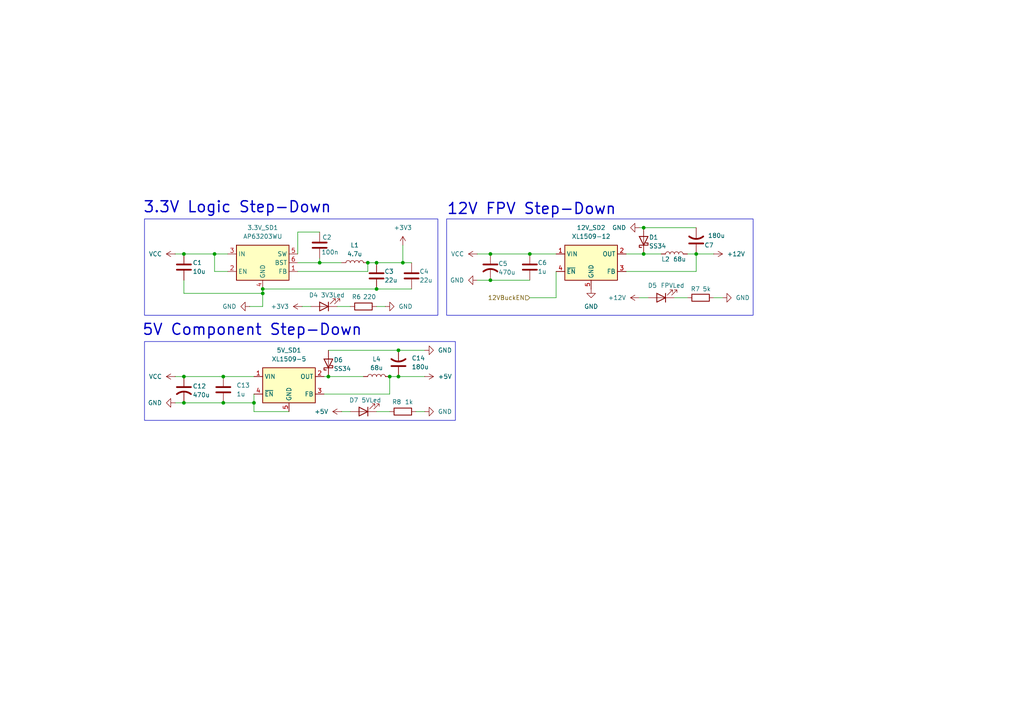
<source format=kicad_sch>
(kicad_sch (version 20250114) (generator "eeschema") (generator_version "9.0")
  (paper "A4")
  (lib_symbols
    (symbol "Device:C" (pin_numbers (hide yes)) (pin_names (offset 0.254))
      (property "Reference" "C" (at 0.635 2.54 0))
      (property "Value" "C" (at 0.635 -2.54 0))
      (symbol "C_0_1"
        (polyline (pts (xy -2.032 0.762) (xy 2.032 0.762)) (stroke (width 0.508)))
        (polyline (pts (xy -2.032 -0.762) (xy 2.032 -0.762)) (stroke (width 0.508)))
      )
      (symbol "C_1_1"
        (pin passive line (at 0 3.81 270) (length 2.794) (name "~") (number "1"))
        (pin passive line (at 0 -3.81 90) (length 2.794) (name "~") (number "2"))
      )
    )
    (symbol "Device:C_US" (pin_numbers (hide yes)) (pin_names (offset 0.254) (hide yes))
      (property "Reference" "C" (at 0.635 2.54 0))
      (property "Value" "C_US" (at 0.635 -2.54 0))
      (symbol "C_US_0_1"
        (polyline (pts (xy -2.032 0.762) (xy 2.032 0.762)) (stroke (width 0.508)))
        (arc (start -2.032 -1.27) (mid 0 -0.5572) (end 2.032 -1.27) (stroke (width 0.508)))
      )
      (symbol "C_US_1_1"
        (pin passive line (at 0 3.81 270) (length 2.794) (name "~") (number "1"))
        (pin passive line (at 0 -3.81 90) (length 3.302) (name "~") (number "2"))
      )
    )
    (symbol "Device:L" (pin_numbers (hide yes)) (pin_names (offset 1.016) (hide yes))
      (property "Reference" "L" (at -1.27 0 90))
      (property "Value" "L" (at 1.905 0 90))
      (symbol "L_0_1"
        (arc (start 0 2.54) (mid 0.6323 1.905) (end 0 1.27))
        (arc (start 0 1.27) (mid 0.6323 0.635) (end 0 0))
        (arc (start 0 0) (mid 0.6323 -0.635) (end 0 -1.27))
        (arc (start 0 -1.27) (mid 0.6323 -1.905) (end 0 -2.54))
      )
      (symbol "L_1_1"
        (pin passive line (at 0 3.81 270) (length 1.27) (name "1") (number "1"))
        (pin passive line (at 0 -3.81 90) (length 1.27) (name "2") (number "2"))
      )
    )
    (symbol "Device:LED" (pin_numbers (hide yes)) (pin_names (offset 1.016) (hide yes))
      (property "Reference" "D" (at 0 2.54 0))
      (property "Value" "LED" (at 0 -2.54 0))
      (symbol "LED_0_1"
        (polyline (pts (xy -3.048 -0.762) (xy -4.572 -2.286) (xy -3.81 -2.286) (xy -4.572 -2.286) (xy -4.572 -1.524)))
        (polyline (pts (xy -1.778 -0.762) (xy -3.302 -2.286) (xy -2.54 -2.286) (xy -3.302 -2.286) (xy -3.302 -1.524)))
        (polyline (pts (xy -1.27 0) (xy 1.27 0)))
        (polyline (pts (xy -1.27 -1.27) (xy -1.27 1.27)) (stroke (width 0.254)))
        (polyline (pts (xy 1.27 -1.27) (xy 1.27 1.27) (xy -1.27 0) (xy 1.27 -1.27)) (stroke (width 0.254)))
      )
      (symbol "LED_1_1"
        (pin passive line (at -3.81 0 0) (length 2.54) (name "K") (number "1"))
        (pin passive line (at 3.81 0 180) (length 2.54) (name "A") (number "2"))
      )
    )
    (symbol "Device:R" (pin_numbers (hide yes)) (pin_names (offset 0))
      (property "Reference" "R" (at 2.032 0 90))
      (property "Value" "R" (at 0 0 90))
      (symbol "R_0_1"
        (rectangle (start -1.016 -2.54) (end 1.016 2.54) (stroke (width 0.254)))
      )
      (symbol "R_1_1"
        (pin passive line (at 0 3.81 270) (length 1.27) (name "~") (number "1"))
        (pin passive line (at 0 -3.81 90) (length 1.27) (name "~") (number "2"))
      )
    )
    (symbol "Diode:1N5820" (pin_numbers (hide yes)) (pin_names (offset 1.016) (hide yes))
      (property "Reference" "D" (at 0 2.54 0))
      (property "Value" "1N5820" (at 0 -2.54 0))
      (symbol "1N5820_0_1"
        (polyline (pts (xy -1.905 0.635) (xy -1.905 1.27) (xy -1.27 1.27) (xy -1.27 -1.27) (xy -0.635 -1.27) (xy -0.635 -0.635)) (stroke (width 0.254)))
        (polyline (pts (xy 1.27 1.27) (xy 1.27 -1.27) (xy -1.27 0) (xy 1.27 1.27)) (stroke (width 0.254)))
        (polyline (pts (xy 1.27 0) (xy -1.27 0)))
      )
      (symbol "1N5820_1_1"
        (pin passive line (at -3.81 0 0) (length 2.54) (name "K") (number "1"))
        (pin passive line (at 3.81 0 180) (length 2.54) (name "A") (number "2"))
      )
    )
    (symbol "Regulator_Switching:AP63203WU"
      (property "Reference" "U" (at -7.62 6.35 0))
      (property "Value" "AP63203WU" (at 2.54 6.35 0))
      (symbol "AP63203WU_0_1"
        (rectangle (start -7.62 5.08) (end 7.62 -5.08) (stroke (width 0.254)) (fill (type background)))
      )
      (symbol "AP63203WU_1_1"
        (pin power_in line (at -10.16 2.54 0) (length 2.54) (name "IN") (number "3"))
        (pin input line (at -10.16 -2.54 0) (length 2.54) (name "EN") (number "2"))
        (pin power_in line (at 0 -7.62 90) (length 2.54) (name "GND") (number "4"))
        (pin output line (at 10.16 2.54 180) (length 2.54) (name "SW") (number "5"))
        (pin passive line (at 10.16 0 180) (length 2.54) (name "BST") (number "6"))
        (pin input line (at 10.16 -2.54 180) (length 2.54) (name "FB") (number "1"))
      )
    )
    (symbol "Regulator_Switching:XL1509-12"
      (property "Reference" "U" (at -7.112 6.096 0))
      (property "Value" "XL1509-12" (at 5.842 6.096 0))
      (symbol "XL1509-12_0_1"
        (rectangle (start -7.62 5.08) (end 7.62 -5.08) (stroke (width 0.254)) (fill (type background)))
      )
      (symbol "XL1509-12_1_1"
        (pin power_in line (at -10.16 2.54 0) (length 2.54) (name "VIN") (number "1"))
        (pin input line (at -10.16 -2.54 0) (length 2.54) (name "~{EN}") (number "4"))
        (pin power_in line (at 0 -7.62 90) (length 2.54) (name "GND") (number "5"))
        (pin passive line (at 0 -7.62 90) (length 2.54) (hide yes) (name "GND") (number "6"))
        (pin passive line (at 0 -7.62 90) (length 2.54) (hide yes) (name "GND") (number "7"))
        (pin passive line (at 0 -7.62 90) (length 2.54) (hide yes) (name "GND") (number "8"))
        (pin power_out line (at 10.16 2.54 180) (length 2.54) (name "OUT") (number "2"))
        (pin input line (at 10.16 -2.54 180) (length 2.54) (name "FB") (number "3"))
      )
    )
    (symbol "power:+12V" (power) (pin_numbers (hide yes)) (pin_names (offset 0) (hide yes))
      (property "Value" "+12V" (at 0 3.556 0))
      (symbol "+12V_0_1"
        (polyline (pts (xy -0.762 1.27) (xy 0 2.54)))
        (polyline (pts (xy 0 2.54) (xy 0.762 1.27)))
        (polyline (pts (xy 0 0) (xy 0 2.54)))
      )
      (symbol "+12V_1_1"
        (pin power_in line (at 0 0 90) (length 0) (name "~") (number "1"))
      )
    )
    (symbol "power:+3V3" (power) (pin_numbers (hide yes)) (pin_names (offset 0) (hide yes))
      (property "Value" "+3V3" (at 0 3.556 0))
      (symbol "+3V3_0_1"
        (polyline (pts (xy -0.762 1.27) (xy 0 2.54)))
        (polyline (pts (xy 0 2.54) (xy 0.762 1.27)))
        (polyline (pts (xy 0 0) (xy 0 2.54)))
      )
      (symbol "+3V3_1_1"
        (pin power_in line (at 0 0 90) (length 0) (name "~") (number "1"))
      )
    )
    (symbol "power:+5V" (power) (pin_numbers (hide yes)) (pin_names (offset 0) (hide yes))
      (property "Value" "+5V" (at 0 3.556 0))
      (symbol "+5V_0_1"
        (polyline (pts (xy -0.762 1.27) (xy 0 2.54)))
        (polyline (pts (xy 0 2.54) (xy 0.762 1.27)))
        (polyline (pts (xy 0 0) (xy 0 2.54)))
      )
      (symbol "+5V_1_1"
        (pin power_in line (at 0 0 90) (length 0) (name "~") (number "1"))
      )
    )
    (symbol "power:GND" (power) (pin_numbers (hide yes)) (pin_names (offset 0) (hide yes))
      (property "Value" "GND" (at 0 -3.81 0))
      (symbol "GND_0_1"
        (polyline (pts (xy 0 0) (xy 0 -1.27) (xy 1.27 -1.27) (xy 0 -2.54) (xy -1.27 -1.27) (xy 0 -1.27)))
      )
      (symbol "GND_1_1"
        (pin power_in line (at 0 0 270) (length 0) (name "~") (number "1"))
      )
    )
    (symbol "power:VCC" (power) (pin_numbers (hide yes)) (pin_names (offset 0) (hide yes))
      (property "Value" "VCC" (at 0 3.556 0))
      (symbol "VCC_0_1"
        (polyline (pts (xy -0.762 1.27) (xy 0 2.54)))
        (polyline (pts (xy 0 2.54) (xy 0.762 1.27)))
        (polyline (pts (xy 0 0) (xy 0 2.54)))
      )
      (symbol "VCC_1_1"
        (pin power_in line (at 0 0 90) (length 0) (name "~") (number "1"))
      )
    )
  )
  (rectangle (start 41.91 63.5) (end 127 91.44))
  (rectangle (start 129.54 63.5) (end 218.44 91.44))
  (rectangle (start 41.91 99.06) (end 132.08 121.92))
  (text "5V Component Step-Down" (at 73.152 95.758 0) (effects (font (size 3.175 3.175) (thickness 0.3969))))
  (text "3.3V Logic Step-Down\n" (at 68.834 60.198 0) (effects (font (size 3.175 3.175) (thickness 0.3969))))
  (text "12V FPV Step-Down" (at 154.178 60.706 0) (effects (font (size 3.175 3.175) (thickness 0.3969))))
  (junction (at 64.77 116.84))
  (junction (at 186.69 73.66))
  (junction (at 115.57 109.22))
  (junction (at 186.69 66.04))
  (junction (at 76.2 83.82))
  (junction (at 109.22 76.2))
  (junction (at 201.93 73.66))
  (junction (at 53.34 109.22))
  (junction (at 153.67 73.66))
  (junction (at 64.77 109.22))
  (junction (at 73.66 116.84))
  (junction (at 53.34 73.66))
  (junction (at 113.03 109.22))
  (junction (at 76.2 85.09))
  (junction (at 116.84 76.2))
  (junction (at 62.23 73.66))
  (junction (at 109.22 83.82))
  (junction (at 95.25 109.22))
  (junction (at 106.68 76.2))
  (junction (at 53.34 116.84))
  (junction (at 92.71 76.2))
  (junction (at 142.24 73.66))
  (junction (at 115.57 101.6))
  (junction (at 142.24 81.28))
  (wire (pts (xy 86.36 67.31) (xy 86.36 73.66)))
  (wire (pts (xy 138.43 73.66) (xy 142.24 73.66)))
  (wire (pts (xy 50.8 73.66) (xy 53.34 73.66)))
  (wire (pts (xy 181.61 78.74) (xy 201.93 78.74)))
  (wire (pts (xy 153.67 73.66) (xy 161.29 73.66)))
  (wire (pts (xy 93.98 114.3) (xy 113.03 114.3)))
  (wire (pts (xy 106.68 78.74) (xy 106.68 76.2)))
  (wire (pts (xy 186.69 66.04) (xy 201.93 66.04)))
  (wire (pts (xy 50.8 116.84) (xy 53.34 116.84)))
  (wire (pts (xy 92.71 67.31) (xy 86.36 67.31)))
  (wire (pts (xy 73.66 116.84) (xy 73.66 114.3)))
  (wire (pts (xy 53.34 85.09) (xy 76.2 85.09)))
  (wire (pts (xy 72.39 88.9) (xy 76.2 88.9)))
  (wire (pts (xy 201.93 78.74) (xy 201.93 73.66)))
  (wire (pts (xy 109.22 88.9) (xy 111.76 88.9)))
  (wire (pts (xy 50.8 109.22) (xy 53.34 109.22)))
  (wire (pts (xy 95.25 101.6) (xy 115.57 101.6)))
  (wire (pts (xy 109.22 76.2) (xy 116.84 76.2)))
  (wire (pts (xy 113.03 109.22) (xy 115.57 109.22)))
  (wire (pts (xy 161.29 78.74) (xy 161.29 86.36)))
  (wire (pts (xy 123.19 101.6) (xy 115.57 101.6)))
  (wire (pts (xy 64.77 116.84) (xy 73.66 116.84)))
  (wire (pts (xy 76.2 85.09) (xy 76.2 83.82)))
  (wire (pts (xy 207.01 86.36) (xy 209.55 86.36)))
  (wire (pts (xy 53.34 81.28) (xy 53.34 85.09)))
  (wire (pts (xy 87.63 88.9) (xy 90.17 88.9)))
  (wire (pts (xy 101.6 119.38) (xy 99.06 119.38)))
  (wire (pts (xy 116.84 71.12) (xy 116.84 76.2)))
  (wire (pts (xy 64.77 109.22) (xy 73.66 109.22)))
  (wire (pts (xy 106.68 76.2) (xy 109.22 76.2)))
  (wire (pts (xy 53.34 109.22) (xy 64.77 109.22)))
  (wire (pts (xy 53.34 73.66) (xy 62.23 73.66)))
  (wire (pts (xy 109.22 83.82) (xy 119.38 83.82)))
  (wire (pts (xy 76.2 83.82) (xy 109.22 83.82)))
  (wire (pts (xy 66.04 78.74) (xy 62.23 78.74)))
  (wire (pts (xy 53.34 116.84) (xy 64.77 116.84)))
  (wire (pts (xy 138.43 81.28) (xy 142.24 81.28)))
  (wire (pts (xy 120.65 119.38) (xy 123.19 119.38)))
  (wire (pts (xy 185.42 86.36) (xy 187.96 86.36)))
  (wire (pts (xy 86.36 78.74) (xy 106.68 78.74)))
  (wire (pts (xy 83.82 119.38) (xy 73.66 119.38)))
  (wire (pts (xy 92.71 76.2) (xy 99.06 76.2)))
  (wire (pts (xy 93.98 109.22) (xy 95.25 109.22)))
  (wire (pts (xy 142.24 73.66) (xy 153.67 73.66)))
  (wire (pts (xy 119.38 76.2) (xy 116.84 76.2)))
  (wire (pts (xy 62.23 78.74) (xy 62.23 73.66)))
  (wire (pts (xy 186.69 73.66) (xy 191.77 73.66)))
  (wire (pts (xy 92.71 74.93) (xy 92.71 76.2)))
  (wire (pts (xy 142.24 81.28) (xy 153.67 81.28)))
  (wire (pts (xy 161.29 86.36) (xy 153.67 86.36)))
  (wire (pts (xy 95.25 109.22) (xy 105.41 109.22)))
  (wire (pts (xy 115.57 109.22) (xy 123.19 109.22)))
  (wire (pts (xy 201.93 73.66) (xy 207.01 73.66)))
  (wire (pts (xy 195.58 86.36) (xy 199.39 86.36)))
  (wire (pts (xy 76.2 88.9) (xy 76.2 85.09)))
  (wire (pts (xy 199.39 73.66) (xy 201.93 73.66)))
  (wire (pts (xy 185.42 66.04) (xy 186.69 66.04)))
  (wire (pts (xy 62.23 73.66) (xy 66.04 73.66)))
  (wire (pts (xy 113.03 114.3) (xy 113.03 109.22)))
  (wire (pts (xy 109.22 119.38) (xy 113.03 119.38)))
  (wire (pts (xy 73.66 119.38) (xy 73.66 116.84)))
  (wire (pts (xy 97.79 88.9) (xy 101.6 88.9)))
  (wire (pts (xy 86.36 76.2) (xy 92.71 76.2)))
  (wire (pts (xy 181.61 73.66) (xy 186.69 73.66)))
  (hierarchical_label "12VBuckEN" (shape input) (at 153.67 86.36 180))
  (symbol (lib_id "Device:LED") (at 105.41 119.38 180) (unit 1)
    (property "Reference" "D7" (at 102.616 116.078 0))
    (property "Value" "5VLed" (at 107.696 116.078 0))
    (property "Description" "Light emitting diode" (effects (hide yes)))
    (property "Sim.Pins" "1=K 2=A" (effects (hide yes)))
  )
  (symbol (lib_id "Device:C_US") (at 142.24 77.47 0) (unit 1)
    (property "Reference" "C5" (at 144.526 76.454 0) (effects (justify left)))
    (property "Value" "470u" (at 144.526 78.994 0) (effects (justify left)))
    (property "Description" "capacitor, US symbol" (effects (hide yes)))
  )
  (symbol (lib_id "Device:C") (at 53.34 77.47 0) (unit 1)
    (property "Reference" "C1" (at 55.88 76.2 0) (effects (justify left)))
    (property "Value" "10u" (at 55.88 78.74 0) (effects (justify left)))
    (property "Description" "Unpolarized capacitor" (effects (hide yes)))
  )
  (symbol (lib_id "Device:C") (at 119.38 80.01 0) (unit 1)
    (property "Reference" "C4" (at 121.666 78.74 0) (effects (justify left)))
    (property "Value" "22u" (at 121.666 81.28 0) (effects (justify left)))
    (property "Description" "Unpolarized capacitor" (effects (hide yes)))
  )
  (symbol (lib_id "power:GND") (at 123.19 101.6 90) (unit 1)
    (property "Reference" "#PWR031" (effects (hide yes)))
    (property "Value" "GND" (at 127 101.5999 90) (effects (justify right)))
    (property "Description" "Power symbol creates a global label with name \"GND\" , ground" (effects (hide yes)))
  )
  (symbol (lib_id "Diode:1N5820") (at 186.69 69.85 90) (unit 1)
    (property "Reference" "D1" (at 188.214 68.834 90) (effects (justify right)))
    (property "Value" "SS34" (at 188.214 71.374 90) (effects (justify right)))
    (property "Footprint" "easyeda2kicad:SMA_L4.3-W2.6-LS5.2-RD" (effects (hide yes)))
    (property "Datasheet" "http://www.vishay.com/docs/88526/1n5820.pdf" (effects (hide yes)))
    (property "Description" "20V 3A Schottky Barrier Rectifier Diode, DO-201AD" (effects (hide yes)))
  )
  (symbol (lib_id "power:GND") (at 50.8 116.84 270) (unit 1)
    (property "Reference" "#PWR030" (effects (hide yes)))
    (property "Value" "GND" (at 46.99 116.8399 90) (effects (justify right)))
    (property "Description" "Power symbol creates a global label with name \"GND\" , ground" (effects (hide yes)))
  )
  (symbol (lib_id "power:+12V") (at 207.01 73.66 270) (unit 1)
    (property "Reference" "#PWR010" (effects (hide yes)))
    (property "Value" "+12V" (at 210.82 73.6599 90) (effects (justify left)))
    (property "Description" "Power symbol creates a global label with name \"+12V\"" (effects (hide yes)))
  )
  (symbol (lib_id "Device:LED") (at 191.77 86.36 180) (unit 1)
    (property "Reference" "D5" (at 189.23 82.804 0))
    (property "Value" "FPVLed" (at 195.072 82.804 0))
    (property "Description" "Light emitting diode" (effects (hide yes)))
    (property "Sim.Pins" "1=K 2=A" (effects (hide yes)))
  )
  (symbol (lib_id "power:+3V3") (at 116.84 71.12 0) (unit 1)
    (property "Reference" "#PWR025" (effects (hide yes)))
    (property "Value" "+3V3" (at 116.84 66.04 0))
    (property "Description" "Power symbol creates a global label with name \"+3V3\"" (effects (hide yes)))
  )
  (symbol (lib_id "power:+12V") (at 185.42 86.36 90) (unit 1)
    (property "Reference" "#PWR027" (effects (hide yes)))
    (property "Value" "+12V" (at 181.61 86.3599 90) (effects (justify left)))
    (property "Description" "Power symbol creates a global label with name \"+12V\"" (effects (hide yes)))
  )
  (symbol (lib_id "power:VCC") (at 50.8 109.22 90) (unit 1)
    (property "Reference" "#PWR029" (effects (hide yes)))
    (property "Value" "VCC" (at 46.99 109.2199 90) (effects (justify left)))
    (property "Description" "Power symbol creates a global label with name \"VCC\"" (effects (hide yes)))
  )
  (symbol (lib_id "power:VCC") (at 138.43 73.66 90) (unit 1)
    (property "Reference" "#PWR05" (effects (hide yes)))
    (property "Value" "VCC" (at 134.62 73.6599 90) (effects (justify left)))
    (property "Description" "Power symbol creates a global label with name \"VCC\"" (effects (hide yes)))
  )
  (symbol (lib_id "Device:C_US") (at 53.34 113.03 0) (unit 1)
    (property "Reference" "C12" (at 55.88 112.014 0) (effects (justify left)))
    (property "Value" "470u" (at 55.88 114.554 0) (effects (justify left)))
    (property "Description" "capacitor, US symbol" (effects (hide yes)))
  )
  (symbol (lib_id "power:VCC") (at 50.8 73.66 90) (unit 1)
    (property "Reference" "#PWR04" (effects (hide yes)))
    (property "Value" "VCC" (at 46.99 73.6599 90) (effects (justify left)))
    (property "Description" "Power symbol creates a global label with name \"VCC\"" (effects (hide yes)))
  )
  (symbol (lib_id "power:GND") (at 72.39 88.9 270) (unit 1)
    (property "Reference" "#PWR07" (effects (hide yes)))
    (property "Value" "GND" (at 68.58 88.8999 90) (effects (justify right)))
    (property "Description" "Power symbol creates a global label with name \"GND\" , ground" (effects (hide yes)))
  )
  (symbol (lib_id "Device:C") (at 109.22 80.01 0) (unit 1)
    (property "Reference" "C3" (at 111.506 78.74 0) (effects (justify left)))
    (property "Value" "22u" (at 111.506 81.28 0) (effects (justify left)))
    (property "Description" "Unpolarized capacitor" (effects (hide yes)))
  )
  (symbol (lib_id "Device:C_US") (at 201.93 69.85 180) (unit 1)
    (property "Reference" "C7" (at 207.01 71.12 0) (effects (justify left)))
    (property "Value" "180u" (at 210.312 68.326 0) (effects (justify left)))
    (property "Description" "capacitor, US symbol" (effects (hide yes)))
  )
  (symbol (lib_id "Device:C_US") (at 115.57 105.41 180) (unit 1)
    (property "Reference" "C14" (at 119.38 103.8859 0) (effects (justify right)))
    (property "Value" "180u" (at 119.38 106.4259 0) (effects (justify right)))
    (property "Description" "capacitor, US symbol" (effects (hide yes)))
  )
  (symbol (lib_id "power:GND") (at 111.76 88.9 90) (unit 1)
    (property "Reference" "#PWR026" (effects (hide yes)))
    (property "Value" "GND" (at 115.57 88.8999 90) (effects (justify right)))
    (property "Description" "Power symbol creates a global label with name \"GND\" , ground" (effects (hide yes)))
  )
  (symbol (lib_id "Device:L") (at 109.22 109.22 90) (unit 1)
    (property "Reference" "L4" (at 109.22 104.14 90))
    (property "Value" "68u" (at 109.22 106.68 90))
    (property "Description" "Inductor" (effects (hide yes)))
  )
  (symbol (lib_id "Device:R") (at 116.84 119.38 90) (unit 1)
    (property "Reference" "R8" (at 115.062 116.586 90))
    (property "Value" "1k" (at 118.618 116.586 90))
    (property "Description" "Resistor" (effects (hide yes)))
  )
  (symbol (lib_id "power:+5V") (at 99.06 119.38 90) (unit 1)
    (property "Reference" "#PWR033" (effects (hide yes)))
    (property "Value" "+5V" (at 95.25 119.3799 90) (effects (justify left)))
    (property "Description" "Power symbol creates a global label with name \"+5V\"" (effects (hide yes)))
  )
  (symbol (lib_id "Device:C") (at 153.67 77.47 0) (unit 1)
    (property "Reference" "C6" (at 155.956 76.2 0) (effects (justify left)))
    (property "Value" "1u" (at 155.956 78.74 0) (effects (justify left)))
    (property "Description" "Unpolarized capacitor" (effects (hide yes)))
  )
  (symbol (lib_id "Diode:1N5820") (at 95.25 105.41 90) (unit 1)
    (property "Reference" "D6" (at 96.774 104.394 90) (effects (justify right)))
    (property "Value" "SS34" (at 96.774 106.934 90) (effects (justify right)))
    (property "Footprint" "easyeda2kicad:SMA_L4.3-W2.6-LS5.2-RD" (effects (hide yes)))
    (property "Datasheet" "http://www.vishay.com/docs/88526/1n5820.pdf" (effects (hide yes)))
    (property "Description" "20V 3A Schottky Barrier Rectifier Diode, DO-201AD" (effects (hide yes)))
  )
  (symbol (lib_id "power:GND") (at 171.45 83.82 0) (unit 1)
    (property "Reference" "#PWR08" (effects (hide yes)))
    (property "Value" "GND" (at 171.45 88.9 0))
    (property "Description" "Power symbol creates a global label with name \"GND\" , ground" (effects (hide yes)))
  )
  (symbol (lib_id "Regulator_Switching:XL1509-12") (at 171.45 76.2 0) (unit 1)
    (property "Reference" "12V_SD2" (at 171.45 66.04 0))
    (property "Value" "XL1509-12" (at 171.45 68.58 0))
    (property "Footprint" "Package_SO:SOIC-8_3.9x4.9mm_P1.27mm" (effects (hide yes)))
    (property "Datasheet" "https://datasheet.lcsc.com/lcsc/1809050422_XLSEMI-XL1509-5-0E1_C61063.pdf" (effects (hide yes)))
    (property "Description" "Buck DC/DC Converter, 2A, 12V Output Voltage, 15-40V Input Voltage" (effects (hide yes)))
  )
  (symbol (lib_id "Device:L") (at 195.58 73.66 90) (unit 1)
    (property "Reference" "L2" (at 193.04 75.184 90))
    (property "Value" "68u" (at 197.104 75.184 90))
    (property "Description" "Inductor" (effects (hide yes)))
  )
  (symbol (lib_id "power:GND") (at 123.19 119.38 90) (unit 1)
    (property "Reference" "#PWR034" (effects (hide yes)))
    (property "Value" "GND" (at 127 119.3799 90) (effects (justify right)))
    (property "Description" "Power symbol creates a global label with name \"GND\" , ground" (effects (hide yes)))
  )
  (symbol (lib_id "power:GND") (at 138.43 81.28 270) (unit 1)
    (property "Reference" "#PWR06" (effects (hide yes)))
    (property "Value" "GND" (at 134.62 81.2799 90) (effects (justify right)))
    (property "Description" "Power symbol creates a global label with name \"GND\" , ground" (effects (hide yes)))
  )
  (symbol (lib_id "power:+3V3") (at 87.63 88.9 90) (unit 1)
    (property "Reference" "#PWR024" (effects (hide yes)))
    (property "Value" "+3V3" (at 83.82 88.8999 90) (effects (justify left)))
    (property "Description" "Power symbol creates a global label with name \"+3V3\"" (effects (hide yes)))
  )
  (symbol (lib_id "Device:LED") (at 93.98 88.9 180) (unit 1)
    (property "Reference" "D4" (at 90.932 85.598 0))
    (property "Value" "3V3Led" (at 96.52 85.598 0))
    (property "Description" "Light emitting diode" (effects (hide yes)))
    (property "Sim.Pins" "1=K 2=A" (effects (hide yes)))
  )
  (symbol (lib_id "Device:L") (at 102.87 76.2 90) (unit 1)
    (property "Reference" "L1" (at 102.87 71.12 90))
    (property "Value" "4.7u" (at 102.87 73.66 90))
    (property "Description" "Inductor" (effects (hide yes)))
  )
  (symbol (lib_id "Regulator_Switching:XL1509-12") (at 83.82 111.76 0) (unit 1)
    (property "Reference" "5V_SD1" (at 83.82 101.6 0))
    (property "Value" "XL1509-5" (at 83.82 104.14 0))
    (property "Footprint" "easyeda2kicad:SOIC-8_L5.0-W4.0-P1.27-LS6.0-BL" (effects (hide yes)))
    (property "Datasheet" "https://datasheet.lcsc.com/lcsc/1809050422_XLSEMI-XL1509-5-0E1_C61063.pdf" (effects (hide yes)))
    (property "Description" "Buck DC/DC Converter, 2A, 12V Output Voltage, 15-40V Input Voltage" (effects (hide yes)))
  )
  (symbol (lib_id "Device:R") (at 105.41 88.9 90) (unit 1)
    (property "Reference" "R6" (at 103.378 86.106 90))
    (property "Value" "220" (at 107.188 86.106 90))
    (property "Description" "Resistor" (effects (hide yes)))
  )
  (symbol (lib_id "Regulator_Switching:AP63203WU") (at 76.2 76.2 0) (unit 1)
    (property "Reference" "3.3V_SD1" (at 76.2 66.04 0))
    (property "Value" "AP63203WU" (at 76.2 68.58 0))
    (property "Footprint" "Package_TO_SOT_SMD:TSOT-23-6" (effects (hide yes)))
    (property "Datasheet" "https://www.diodes.com/assets/Datasheets/AP63200-AP63201-AP63203-AP63205.pdf" (effects (hide yes)))
    (property "Description" "2A, 1.1MHz Buck DC/DC Converter, fixed 3.3V output voltage, TSOT-23-6" (effects (hide yes)))
  )
  (symbol (lib_id "Device:C") (at 92.71 71.12 0) (unit 1)
    (property "Reference" "C2" (at 93.472 68.834 0) (effects (justify left)))
    (property "Value" "100n" (at 93.218 73.152 0) (effects (justify left)))
    (property "Description" "Unpolarized capacitor" (effects (hide yes)))
  )
  (symbol (lib_id "Device:R") (at 203.2 86.36 90) (unit 1)
    (property "Reference" "R7" (at 201.676 83.82 90))
    (property "Value" "5k" (at 204.978 83.82 90))
    (property "Description" "Resistor" (effects (hide yes)))
  )
  (symbol (lib_id "Device:C") (at 64.77 113.03 0) (unit 1)
    (property "Reference" "C13" (at 68.58 111.7599 0) (effects (justify left)))
    (property "Value" "1u" (at 68.58 114.2999 0) (effects (justify left)))
    (property "Description" "Unpolarized capacitor" (effects (hide yes)))
  )
  (symbol (lib_id "power:+5V") (at 123.19 109.22 270) (unit 1)
    (property "Reference" "#PWR032" (effects (hide yes)))
    (property "Value" "+5V" (at 127 109.2199 90) (effects (justify left)))
    (property "Description" "Power symbol creates a global label with name \"+5V\"" (effects (hide yes)))
  )
  (symbol (lib_id "power:GND") (at 209.55 86.36 90) (unit 1)
    (property "Reference" "#PWR028" (effects (hide yes)))
    (property "Value" "GND" (at 213.36 86.3599 90) (effects (justify right)))
    (property "Description" "Power symbol creates a global label with name \"GND\" , ground" (effects (hide yes)))
  )
  (symbol (lib_id "power:GND") (at 185.42 66.04 270) (unit 1)
    (property "Reference" "#PWR09" (effects (hide yes)))
    (property "Value" "GND" (at 181.61 66.0399 90) (effects (justify right)))
    (property "Description" "Power symbol creates a global label with name \"GND\" , ground" (effects (hide yes)))
  )
)
</source>
